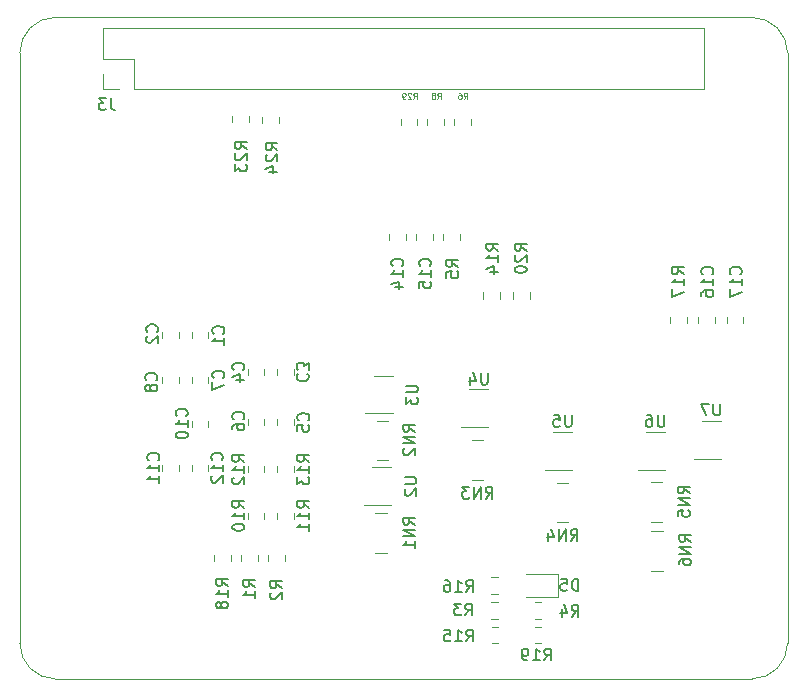
<source format=gbr>
G04 #@! TF.GenerationSoftware,KiCad,Pcbnew,5.1.5-52549c5~84~ubuntu19.10.1*
G04 #@! TF.CreationDate,2020-01-07T17:03:21+01:00*
G04 #@! TF.ProjectId,pi-hat,70692d68-6174-42e6-9b69-6361645f7063,rev?*
G04 #@! TF.SameCoordinates,Original*
G04 #@! TF.FileFunction,Legend,Bot*
G04 #@! TF.FilePolarity,Positive*
%FSLAX46Y46*%
G04 Gerber Fmt 4.6, Leading zero omitted, Abs format (unit mm)*
G04 Created by KiCad (PCBNEW 5.1.5-52549c5~84~ubuntu19.10.1) date 2020-01-07 17:03:21*
%MOMM*%
%LPD*%
G04 APERTURE LIST*
%ADD10C,0.100000*%
%ADD11C,0.120000*%
%ADD12C,0.150000*%
%ADD13C,0.125000*%
G04 APERTURE END LIST*
D10*
X78546356Y-63817611D02*
G75*
G02X81546356Y-60817611I3000000J0D01*
G01*
X78546356Y-63817611D02*
X78546356Y-113817611D01*
X140546356Y-60817611D02*
X81546356Y-60817611D01*
X140546356Y-60817611D02*
G75*
G02X143546356Y-63817611I0J-3000000D01*
G01*
X143546356Y-113817611D02*
X143546356Y-63817611D01*
X81546356Y-116817611D02*
G75*
G02X78546356Y-113817611I0J3000000D01*
G01*
X81546356Y-116817611D02*
X140546356Y-116817611D01*
X143546356Y-113817611D02*
G75*
G02X140546356Y-116817611I-3000000J0D01*
G01*
D11*
X121710000Y-84103922D02*
X121710000Y-84621078D01*
X120290000Y-84103922D02*
X120290000Y-84621078D01*
X122658578Y-113810000D02*
X122141422Y-113810000D01*
X122658578Y-112390000D02*
X122141422Y-112390000D01*
X94990000Y-106858578D02*
X94990000Y-106341422D01*
X96410000Y-106858578D02*
X96410000Y-106341422D01*
X135010000Y-86178922D02*
X135010000Y-86696078D01*
X133590000Y-86178922D02*
X133590000Y-86696078D01*
X118478922Y-108190000D02*
X118996078Y-108190000D01*
X118478922Y-109610000D02*
X118996078Y-109610000D01*
X118503922Y-112390000D02*
X119021078Y-112390000D01*
X118503922Y-113810000D02*
X119021078Y-113810000D01*
X122141422Y-110290000D02*
X122658578Y-110290000D01*
X122141422Y-111710000D02*
X122658578Y-111710000D01*
X124085000Y-109860000D02*
X121400000Y-109860000D01*
X124085000Y-107940000D02*
X124085000Y-109860000D01*
X121400000Y-107940000D02*
X124085000Y-107940000D01*
X117790000Y-84621078D02*
X117790000Y-84103922D01*
X119210000Y-84621078D02*
X119210000Y-84103922D01*
X94510000Y-87453922D02*
X94510000Y-87971078D01*
X93090000Y-87453922D02*
X93090000Y-87971078D01*
X109950000Y-102100000D02*
X107650000Y-102100000D01*
X108350000Y-98900000D02*
X109950000Y-98900000D01*
X110110000Y-94350000D02*
X107810000Y-94350000D01*
X108510000Y-91150000D02*
X110110000Y-91150000D01*
X100340000Y-99308578D02*
X100340000Y-98791422D01*
X101760000Y-99308578D02*
X101760000Y-98791422D01*
X99260000Y-98791422D02*
X99260000Y-99308578D01*
X97840000Y-98791422D02*
X97840000Y-99308578D01*
X100340000Y-103258578D02*
X100340000Y-102741422D01*
X101760000Y-103258578D02*
X101760000Y-102741422D01*
X97840000Y-103258578D02*
X97840000Y-102741422D01*
X99260000Y-103258578D02*
X99260000Y-102741422D01*
X139810000Y-86178922D02*
X139810000Y-86696078D01*
X138390000Y-86178922D02*
X138390000Y-86696078D01*
X137410000Y-86178922D02*
X137410000Y-86696078D01*
X135990000Y-86178922D02*
X135990000Y-86696078D01*
X113510000Y-79178922D02*
X113510000Y-79696078D01*
X112090000Y-79178922D02*
X112090000Y-79696078D01*
X111210000Y-79178922D02*
X111210000Y-79696078D01*
X109790000Y-79178922D02*
X109790000Y-79696078D01*
X94510000Y-98728922D02*
X94510000Y-99246078D01*
X93090000Y-98728922D02*
X93090000Y-99246078D01*
X92010000Y-98741422D02*
X92010000Y-99258578D01*
X90590000Y-98741422D02*
X90590000Y-99258578D01*
X93090000Y-95521078D02*
X93090000Y-95003922D01*
X94510000Y-95521078D02*
X94510000Y-95003922D01*
X90590000Y-91796078D02*
X90590000Y-91278922D01*
X92010000Y-91796078D02*
X92010000Y-91278922D01*
X94510000Y-91278922D02*
X94510000Y-91796078D01*
X93090000Y-91278922D02*
X93090000Y-91796078D01*
X99260000Y-94778922D02*
X99260000Y-95296078D01*
X97840000Y-94778922D02*
X97840000Y-95296078D01*
X101760000Y-94778922D02*
X101760000Y-95296078D01*
X100340000Y-94778922D02*
X100340000Y-95296078D01*
X97840000Y-91121078D02*
X97840000Y-90603922D01*
X99260000Y-91121078D02*
X99260000Y-90603922D01*
X100340000Y-91121078D02*
X100340000Y-90603922D01*
X101760000Y-91121078D02*
X101760000Y-90603922D01*
X92010000Y-87453922D02*
X92010000Y-87971078D01*
X90590000Y-87453922D02*
X90590000Y-87971078D01*
X112210000Y-69378922D02*
X112210000Y-69896078D01*
X110790000Y-69378922D02*
X110790000Y-69896078D01*
X99040000Y-69758578D02*
X99040000Y-69241422D01*
X100460000Y-69758578D02*
X100460000Y-69241422D01*
X96540000Y-69696078D02*
X96540000Y-69178922D01*
X97960000Y-69696078D02*
X97960000Y-69178922D01*
X114460000Y-69378922D02*
X114460000Y-69896078D01*
X113040000Y-69378922D02*
X113040000Y-69896078D01*
X116710000Y-69378922D02*
X116710000Y-69896078D01*
X115290000Y-69378922D02*
X115290000Y-69896078D01*
X115810000Y-79178922D02*
X115810000Y-79696078D01*
X114390000Y-79178922D02*
X114390000Y-79696078D01*
X118996078Y-111710000D02*
X118478922Y-111710000D01*
X118996078Y-110290000D02*
X118478922Y-110290000D01*
X99590000Y-106858578D02*
X99590000Y-106341422D01*
X101010000Y-106858578D02*
X101010000Y-106341422D01*
X97290000Y-106871078D02*
X97290000Y-106353922D01*
X98710000Y-106871078D02*
X98710000Y-106353922D01*
X133000000Y-107680000D02*
X132000000Y-107680000D01*
X133000000Y-104320000D02*
X132000000Y-104320000D01*
X132950000Y-103530000D02*
X131950000Y-103530000D01*
X132950000Y-100170000D02*
X131950000Y-100170000D01*
X125000000Y-103580000D02*
X124000000Y-103580000D01*
X125000000Y-100220000D02*
X124000000Y-100220000D01*
X117800000Y-99980000D02*
X116800000Y-99980000D01*
X117800000Y-96620000D02*
X116800000Y-96620000D01*
X109750000Y-98330000D02*
X108750000Y-98330000D01*
X109750000Y-94970000D02*
X108750000Y-94970000D01*
X109650000Y-106130000D02*
X108650000Y-106130000D01*
X109650000Y-102770000D02*
X108650000Y-102770000D01*
X137900000Y-98200000D02*
X135600000Y-98200000D01*
X136300000Y-95000000D02*
X137900000Y-95000000D01*
X133150000Y-99150000D02*
X130850000Y-99150000D01*
X131550000Y-95950000D02*
X133150000Y-95950000D01*
X125310000Y-99100000D02*
X123010000Y-99100000D01*
X123710000Y-95900000D02*
X125310000Y-95900000D01*
X118200000Y-95500000D02*
X115900000Y-95500000D01*
X116600000Y-92300000D02*
X118200000Y-92300000D01*
X85590000Y-65590000D02*
X85590000Y-66920000D01*
X85590000Y-66920000D02*
X86920000Y-66920000D01*
X85590000Y-64320000D02*
X88190000Y-64320000D01*
X88190000Y-64320000D02*
X88190000Y-66920000D01*
X88190000Y-66920000D02*
X136510000Y-66920000D01*
X136510000Y-61720000D02*
X136510000Y-66920000D01*
X85590000Y-61720000D02*
X136510000Y-61720000D01*
X85590000Y-61720000D02*
X85590000Y-64320000D01*
D12*
X121452380Y-80557142D02*
X120976190Y-80223809D01*
X121452380Y-79985714D02*
X120452380Y-79985714D01*
X120452380Y-80366666D01*
X120500000Y-80461904D01*
X120547619Y-80509523D01*
X120642857Y-80557142D01*
X120785714Y-80557142D01*
X120880952Y-80509523D01*
X120928571Y-80461904D01*
X120976190Y-80366666D01*
X120976190Y-79985714D01*
X120547619Y-80938095D02*
X120500000Y-80985714D01*
X120452380Y-81080952D01*
X120452380Y-81319047D01*
X120500000Y-81414285D01*
X120547619Y-81461904D01*
X120642857Y-81509523D01*
X120738095Y-81509523D01*
X120880952Y-81461904D01*
X121452380Y-80890476D01*
X121452380Y-81509523D01*
X120452380Y-82128571D02*
X120452380Y-82223809D01*
X120500000Y-82319047D01*
X120547619Y-82366666D01*
X120642857Y-82414285D01*
X120833333Y-82461904D01*
X121071428Y-82461904D01*
X121261904Y-82414285D01*
X121357142Y-82366666D01*
X121404761Y-82319047D01*
X121452380Y-82223809D01*
X121452380Y-82128571D01*
X121404761Y-82033333D01*
X121357142Y-81985714D01*
X121261904Y-81938095D01*
X121071428Y-81890476D01*
X120833333Y-81890476D01*
X120642857Y-81938095D01*
X120547619Y-81985714D01*
X120500000Y-82033333D01*
X120452380Y-82128571D01*
X122942857Y-115252380D02*
X123276190Y-114776190D01*
X123514285Y-115252380D02*
X123514285Y-114252380D01*
X123133333Y-114252380D01*
X123038095Y-114300000D01*
X122990476Y-114347619D01*
X122942857Y-114442857D01*
X122942857Y-114585714D01*
X122990476Y-114680952D01*
X123038095Y-114728571D01*
X123133333Y-114776190D01*
X123514285Y-114776190D01*
X121990476Y-115252380D02*
X122561904Y-115252380D01*
X122276190Y-115252380D02*
X122276190Y-114252380D01*
X122371428Y-114395238D01*
X122466666Y-114490476D01*
X122561904Y-114538095D01*
X121514285Y-115252380D02*
X121323809Y-115252380D01*
X121228571Y-115204761D01*
X121180952Y-115157142D01*
X121085714Y-115014285D01*
X121038095Y-114823809D01*
X121038095Y-114442857D01*
X121085714Y-114347619D01*
X121133333Y-114300000D01*
X121228571Y-114252380D01*
X121419047Y-114252380D01*
X121514285Y-114300000D01*
X121561904Y-114347619D01*
X121609523Y-114442857D01*
X121609523Y-114680952D01*
X121561904Y-114776190D01*
X121514285Y-114823809D01*
X121419047Y-114871428D01*
X121228571Y-114871428D01*
X121133333Y-114823809D01*
X121085714Y-114776190D01*
X121038095Y-114680952D01*
X96152380Y-108957142D02*
X95676190Y-108623809D01*
X96152380Y-108385714D02*
X95152380Y-108385714D01*
X95152380Y-108766666D01*
X95200000Y-108861904D01*
X95247619Y-108909523D01*
X95342857Y-108957142D01*
X95485714Y-108957142D01*
X95580952Y-108909523D01*
X95628571Y-108861904D01*
X95676190Y-108766666D01*
X95676190Y-108385714D01*
X96152380Y-109909523D02*
X96152380Y-109338095D01*
X96152380Y-109623809D02*
X95152380Y-109623809D01*
X95295238Y-109528571D01*
X95390476Y-109433333D01*
X95438095Y-109338095D01*
X95580952Y-110480952D02*
X95533333Y-110385714D01*
X95485714Y-110338095D01*
X95390476Y-110290476D01*
X95342857Y-110290476D01*
X95247619Y-110338095D01*
X95200000Y-110385714D01*
X95152380Y-110480952D01*
X95152380Y-110671428D01*
X95200000Y-110766666D01*
X95247619Y-110814285D01*
X95342857Y-110861904D01*
X95390476Y-110861904D01*
X95485714Y-110814285D01*
X95533333Y-110766666D01*
X95580952Y-110671428D01*
X95580952Y-110480952D01*
X95628571Y-110385714D01*
X95676190Y-110338095D01*
X95771428Y-110290476D01*
X95961904Y-110290476D01*
X96057142Y-110338095D01*
X96104761Y-110385714D01*
X96152380Y-110480952D01*
X96152380Y-110671428D01*
X96104761Y-110766666D01*
X96057142Y-110814285D01*
X95961904Y-110861904D01*
X95771428Y-110861904D01*
X95676190Y-110814285D01*
X95628571Y-110766666D01*
X95580952Y-110671428D01*
X134752380Y-82557142D02*
X134276190Y-82223809D01*
X134752380Y-81985714D02*
X133752380Y-81985714D01*
X133752380Y-82366666D01*
X133800000Y-82461904D01*
X133847619Y-82509523D01*
X133942857Y-82557142D01*
X134085714Y-82557142D01*
X134180952Y-82509523D01*
X134228571Y-82461904D01*
X134276190Y-82366666D01*
X134276190Y-81985714D01*
X134752380Y-83509523D02*
X134752380Y-82938095D01*
X134752380Y-83223809D02*
X133752380Y-83223809D01*
X133895238Y-83128571D01*
X133990476Y-83033333D01*
X134038095Y-82938095D01*
X133752380Y-83842857D02*
X133752380Y-84509523D01*
X134752380Y-84080952D01*
X116342857Y-109452380D02*
X116676190Y-108976190D01*
X116914285Y-109452380D02*
X116914285Y-108452380D01*
X116533333Y-108452380D01*
X116438095Y-108500000D01*
X116390476Y-108547619D01*
X116342857Y-108642857D01*
X116342857Y-108785714D01*
X116390476Y-108880952D01*
X116438095Y-108928571D01*
X116533333Y-108976190D01*
X116914285Y-108976190D01*
X115390476Y-109452380D02*
X115961904Y-109452380D01*
X115676190Y-109452380D02*
X115676190Y-108452380D01*
X115771428Y-108595238D01*
X115866666Y-108690476D01*
X115961904Y-108738095D01*
X114533333Y-108452380D02*
X114723809Y-108452380D01*
X114819047Y-108500000D01*
X114866666Y-108547619D01*
X114961904Y-108690476D01*
X115009523Y-108880952D01*
X115009523Y-109261904D01*
X114961904Y-109357142D01*
X114914285Y-109404761D01*
X114819047Y-109452380D01*
X114628571Y-109452380D01*
X114533333Y-109404761D01*
X114485714Y-109357142D01*
X114438095Y-109261904D01*
X114438095Y-109023809D01*
X114485714Y-108928571D01*
X114533333Y-108880952D01*
X114628571Y-108833333D01*
X114819047Y-108833333D01*
X114914285Y-108880952D01*
X114961904Y-108928571D01*
X115009523Y-109023809D01*
X116342857Y-113652380D02*
X116676190Y-113176190D01*
X116914285Y-113652380D02*
X116914285Y-112652380D01*
X116533333Y-112652380D01*
X116438095Y-112700000D01*
X116390476Y-112747619D01*
X116342857Y-112842857D01*
X116342857Y-112985714D01*
X116390476Y-113080952D01*
X116438095Y-113128571D01*
X116533333Y-113176190D01*
X116914285Y-113176190D01*
X115390476Y-113652380D02*
X115961904Y-113652380D01*
X115676190Y-113652380D02*
X115676190Y-112652380D01*
X115771428Y-112795238D01*
X115866666Y-112890476D01*
X115961904Y-112938095D01*
X114485714Y-112652380D02*
X114961904Y-112652380D01*
X115009523Y-113128571D01*
X114961904Y-113080952D01*
X114866666Y-113033333D01*
X114628571Y-113033333D01*
X114533333Y-113080952D01*
X114485714Y-113128571D01*
X114438095Y-113223809D01*
X114438095Y-113461904D01*
X114485714Y-113557142D01*
X114533333Y-113604761D01*
X114628571Y-113652380D01*
X114866666Y-113652380D01*
X114961904Y-113604761D01*
X115009523Y-113557142D01*
X125266666Y-111552380D02*
X125600000Y-111076190D01*
X125838095Y-111552380D02*
X125838095Y-110552380D01*
X125457142Y-110552380D01*
X125361904Y-110600000D01*
X125314285Y-110647619D01*
X125266666Y-110742857D01*
X125266666Y-110885714D01*
X125314285Y-110980952D01*
X125361904Y-111028571D01*
X125457142Y-111076190D01*
X125838095Y-111076190D01*
X124409523Y-110885714D02*
X124409523Y-111552380D01*
X124647619Y-110504761D02*
X124885714Y-111219047D01*
X124266666Y-111219047D01*
X125838095Y-109352380D02*
X125838095Y-108352380D01*
X125600000Y-108352380D01*
X125457142Y-108400000D01*
X125361904Y-108495238D01*
X125314285Y-108590476D01*
X125266666Y-108780952D01*
X125266666Y-108923809D01*
X125314285Y-109114285D01*
X125361904Y-109209523D01*
X125457142Y-109304761D01*
X125600000Y-109352380D01*
X125838095Y-109352380D01*
X124361904Y-108352380D02*
X124838095Y-108352380D01*
X124885714Y-108828571D01*
X124838095Y-108780952D01*
X124742857Y-108733333D01*
X124504761Y-108733333D01*
X124409523Y-108780952D01*
X124361904Y-108828571D01*
X124314285Y-108923809D01*
X124314285Y-109161904D01*
X124361904Y-109257142D01*
X124409523Y-109304761D01*
X124504761Y-109352380D01*
X124742857Y-109352380D01*
X124838095Y-109304761D01*
X124885714Y-109257142D01*
X119052380Y-80557142D02*
X118576190Y-80223809D01*
X119052380Y-79985714D02*
X118052380Y-79985714D01*
X118052380Y-80366666D01*
X118100000Y-80461904D01*
X118147619Y-80509523D01*
X118242857Y-80557142D01*
X118385714Y-80557142D01*
X118480952Y-80509523D01*
X118528571Y-80461904D01*
X118576190Y-80366666D01*
X118576190Y-79985714D01*
X119052380Y-81509523D02*
X119052380Y-80938095D01*
X119052380Y-81223809D02*
X118052380Y-81223809D01*
X118195238Y-81128571D01*
X118290476Y-81033333D01*
X118338095Y-80938095D01*
X118385714Y-82366666D02*
X119052380Y-82366666D01*
X118004761Y-82128571D02*
X118719047Y-81890476D01*
X118719047Y-82509523D01*
X95757142Y-87583333D02*
X95804761Y-87535714D01*
X95852380Y-87392857D01*
X95852380Y-87297619D01*
X95804761Y-87154761D01*
X95709523Y-87059523D01*
X95614285Y-87011904D01*
X95423809Y-86964285D01*
X95280952Y-86964285D01*
X95090476Y-87011904D01*
X94995238Y-87059523D01*
X94900000Y-87154761D01*
X94852380Y-87297619D01*
X94852380Y-87392857D01*
X94900000Y-87535714D01*
X94947619Y-87583333D01*
X95852380Y-88535714D02*
X95852380Y-87964285D01*
X95852380Y-88250000D02*
X94852380Y-88250000D01*
X94995238Y-88154761D01*
X95090476Y-88059523D01*
X95138095Y-87964285D01*
X111121380Y-99745095D02*
X111930904Y-99745095D01*
X112026142Y-99792714D01*
X112073761Y-99840333D01*
X112121380Y-99935571D01*
X112121380Y-100126047D01*
X112073761Y-100221285D01*
X112026142Y-100268904D01*
X111930904Y-100316523D01*
X111121380Y-100316523D01*
X111216619Y-100745095D02*
X111169000Y-100792714D01*
X111121380Y-100887952D01*
X111121380Y-101126047D01*
X111169000Y-101221285D01*
X111216619Y-101268904D01*
X111311857Y-101316523D01*
X111407095Y-101316523D01*
X111549952Y-101268904D01*
X112121380Y-100697476D01*
X112121380Y-101316523D01*
X111248380Y-91998095D02*
X112057904Y-91998095D01*
X112153142Y-92045714D01*
X112200761Y-92093333D01*
X112248380Y-92188571D01*
X112248380Y-92379047D01*
X112200761Y-92474285D01*
X112153142Y-92521904D01*
X112057904Y-92569523D01*
X111248380Y-92569523D01*
X111248380Y-92950476D02*
X111248380Y-93569523D01*
X111629333Y-93236190D01*
X111629333Y-93379047D01*
X111676952Y-93474285D01*
X111724571Y-93521904D01*
X111819809Y-93569523D01*
X112057904Y-93569523D01*
X112153142Y-93521904D01*
X112200761Y-93474285D01*
X112248380Y-93379047D01*
X112248380Y-93093333D01*
X112200761Y-92998095D01*
X112153142Y-92950476D01*
X103052380Y-98457142D02*
X102576190Y-98123809D01*
X103052380Y-97885714D02*
X102052380Y-97885714D01*
X102052380Y-98266666D01*
X102100000Y-98361904D01*
X102147619Y-98409523D01*
X102242857Y-98457142D01*
X102385714Y-98457142D01*
X102480952Y-98409523D01*
X102528571Y-98361904D01*
X102576190Y-98266666D01*
X102576190Y-97885714D01*
X103052380Y-99409523D02*
X103052380Y-98838095D01*
X103052380Y-99123809D02*
X102052380Y-99123809D01*
X102195238Y-99028571D01*
X102290476Y-98933333D01*
X102338095Y-98838095D01*
X102052380Y-99742857D02*
X102052380Y-100361904D01*
X102433333Y-100028571D01*
X102433333Y-100171428D01*
X102480952Y-100266666D01*
X102528571Y-100314285D01*
X102623809Y-100361904D01*
X102861904Y-100361904D01*
X102957142Y-100314285D01*
X103004761Y-100266666D01*
X103052380Y-100171428D01*
X103052380Y-99885714D01*
X103004761Y-99790476D01*
X102957142Y-99742857D01*
X97552380Y-98457142D02*
X97076190Y-98123809D01*
X97552380Y-97885714D02*
X96552380Y-97885714D01*
X96552380Y-98266666D01*
X96600000Y-98361904D01*
X96647619Y-98409523D01*
X96742857Y-98457142D01*
X96885714Y-98457142D01*
X96980952Y-98409523D01*
X97028571Y-98361904D01*
X97076190Y-98266666D01*
X97076190Y-97885714D01*
X97552380Y-99409523D02*
X97552380Y-98838095D01*
X97552380Y-99123809D02*
X96552380Y-99123809D01*
X96695238Y-99028571D01*
X96790476Y-98933333D01*
X96838095Y-98838095D01*
X96647619Y-99790476D02*
X96600000Y-99838095D01*
X96552380Y-99933333D01*
X96552380Y-100171428D01*
X96600000Y-100266666D01*
X96647619Y-100314285D01*
X96742857Y-100361904D01*
X96838095Y-100361904D01*
X96980952Y-100314285D01*
X97552380Y-99742857D01*
X97552380Y-100361904D01*
X103052380Y-102357142D02*
X102576190Y-102023809D01*
X103052380Y-101785714D02*
X102052380Y-101785714D01*
X102052380Y-102166666D01*
X102100000Y-102261904D01*
X102147619Y-102309523D01*
X102242857Y-102357142D01*
X102385714Y-102357142D01*
X102480952Y-102309523D01*
X102528571Y-102261904D01*
X102576190Y-102166666D01*
X102576190Y-101785714D01*
X103052380Y-103309523D02*
X103052380Y-102738095D01*
X103052380Y-103023809D02*
X102052380Y-103023809D01*
X102195238Y-102928571D01*
X102290476Y-102833333D01*
X102338095Y-102738095D01*
X103052380Y-104261904D02*
X103052380Y-103690476D01*
X103052380Y-103976190D02*
X102052380Y-103976190D01*
X102195238Y-103880952D01*
X102290476Y-103785714D01*
X102338095Y-103690476D01*
X97552380Y-102357142D02*
X97076190Y-102023809D01*
X97552380Y-101785714D02*
X96552380Y-101785714D01*
X96552380Y-102166666D01*
X96600000Y-102261904D01*
X96647619Y-102309523D01*
X96742857Y-102357142D01*
X96885714Y-102357142D01*
X96980952Y-102309523D01*
X97028571Y-102261904D01*
X97076190Y-102166666D01*
X97076190Y-101785714D01*
X97552380Y-103309523D02*
X97552380Y-102738095D01*
X97552380Y-103023809D02*
X96552380Y-103023809D01*
X96695238Y-102928571D01*
X96790476Y-102833333D01*
X96838095Y-102738095D01*
X96552380Y-103928571D02*
X96552380Y-104023809D01*
X96600000Y-104119047D01*
X96647619Y-104166666D01*
X96742857Y-104214285D01*
X96933333Y-104261904D01*
X97171428Y-104261904D01*
X97361904Y-104214285D01*
X97457142Y-104166666D01*
X97504761Y-104119047D01*
X97552380Y-104023809D01*
X97552380Y-103928571D01*
X97504761Y-103833333D01*
X97457142Y-103785714D01*
X97361904Y-103738095D01*
X97171428Y-103690476D01*
X96933333Y-103690476D01*
X96742857Y-103738095D01*
X96647619Y-103785714D01*
X96600000Y-103833333D01*
X96552380Y-103928571D01*
X139557142Y-82557142D02*
X139604761Y-82509523D01*
X139652380Y-82366666D01*
X139652380Y-82271428D01*
X139604761Y-82128571D01*
X139509523Y-82033333D01*
X139414285Y-81985714D01*
X139223809Y-81938095D01*
X139080952Y-81938095D01*
X138890476Y-81985714D01*
X138795238Y-82033333D01*
X138700000Y-82128571D01*
X138652380Y-82271428D01*
X138652380Y-82366666D01*
X138700000Y-82509523D01*
X138747619Y-82557142D01*
X139652380Y-83509523D02*
X139652380Y-82938095D01*
X139652380Y-83223809D02*
X138652380Y-83223809D01*
X138795238Y-83128571D01*
X138890476Y-83033333D01*
X138938095Y-82938095D01*
X138652380Y-83842857D02*
X138652380Y-84509523D01*
X139652380Y-84080952D01*
X137157142Y-82557142D02*
X137204761Y-82509523D01*
X137252380Y-82366666D01*
X137252380Y-82271428D01*
X137204761Y-82128571D01*
X137109523Y-82033333D01*
X137014285Y-81985714D01*
X136823809Y-81938095D01*
X136680952Y-81938095D01*
X136490476Y-81985714D01*
X136395238Y-82033333D01*
X136300000Y-82128571D01*
X136252380Y-82271428D01*
X136252380Y-82366666D01*
X136300000Y-82509523D01*
X136347619Y-82557142D01*
X137252380Y-83509523D02*
X137252380Y-82938095D01*
X137252380Y-83223809D02*
X136252380Y-83223809D01*
X136395238Y-83128571D01*
X136490476Y-83033333D01*
X136538095Y-82938095D01*
X136252380Y-84366666D02*
X136252380Y-84176190D01*
X136300000Y-84080952D01*
X136347619Y-84033333D01*
X136490476Y-83938095D01*
X136680952Y-83890476D01*
X137061904Y-83890476D01*
X137157142Y-83938095D01*
X137204761Y-83985714D01*
X137252380Y-84080952D01*
X137252380Y-84271428D01*
X137204761Y-84366666D01*
X137157142Y-84414285D01*
X137061904Y-84461904D01*
X136823809Y-84461904D01*
X136728571Y-84414285D01*
X136680952Y-84366666D01*
X136633333Y-84271428D01*
X136633333Y-84080952D01*
X136680952Y-83985714D01*
X136728571Y-83938095D01*
X136823809Y-83890476D01*
X113243142Y-81853142D02*
X113290761Y-81805523D01*
X113338380Y-81662666D01*
X113338380Y-81567428D01*
X113290761Y-81424571D01*
X113195523Y-81329333D01*
X113100285Y-81281714D01*
X112909809Y-81234095D01*
X112766952Y-81234095D01*
X112576476Y-81281714D01*
X112481238Y-81329333D01*
X112386000Y-81424571D01*
X112338380Y-81567428D01*
X112338380Y-81662666D01*
X112386000Y-81805523D01*
X112433619Y-81853142D01*
X113338380Y-82805523D02*
X113338380Y-82234095D01*
X113338380Y-82519809D02*
X112338380Y-82519809D01*
X112481238Y-82424571D01*
X112576476Y-82329333D01*
X112624095Y-82234095D01*
X112338380Y-83710285D02*
X112338380Y-83234095D01*
X112814571Y-83186476D01*
X112766952Y-83234095D01*
X112719333Y-83329333D01*
X112719333Y-83567428D01*
X112766952Y-83662666D01*
X112814571Y-83710285D01*
X112909809Y-83757904D01*
X113147904Y-83757904D01*
X113243142Y-83710285D01*
X113290761Y-83662666D01*
X113338380Y-83567428D01*
X113338380Y-83329333D01*
X113290761Y-83234095D01*
X113243142Y-83186476D01*
X110911142Y-81853142D02*
X110958761Y-81805523D01*
X111006380Y-81662666D01*
X111006380Y-81567428D01*
X110958761Y-81424571D01*
X110863523Y-81329333D01*
X110768285Y-81281714D01*
X110577809Y-81234095D01*
X110434952Y-81234095D01*
X110244476Y-81281714D01*
X110149238Y-81329333D01*
X110054000Y-81424571D01*
X110006380Y-81567428D01*
X110006380Y-81662666D01*
X110054000Y-81805523D01*
X110101619Y-81853142D01*
X111006380Y-82805523D02*
X111006380Y-82234095D01*
X111006380Y-82519809D02*
X110006380Y-82519809D01*
X110149238Y-82424571D01*
X110244476Y-82329333D01*
X110292095Y-82234095D01*
X110339714Y-83662666D02*
X111006380Y-83662666D01*
X109958761Y-83424571D02*
X110673047Y-83186476D01*
X110673047Y-83805523D01*
X95657142Y-98294642D02*
X95704761Y-98247023D01*
X95752380Y-98104166D01*
X95752380Y-98008928D01*
X95704761Y-97866071D01*
X95609523Y-97770833D01*
X95514285Y-97723214D01*
X95323809Y-97675595D01*
X95180952Y-97675595D01*
X94990476Y-97723214D01*
X94895238Y-97770833D01*
X94800000Y-97866071D01*
X94752380Y-98008928D01*
X94752380Y-98104166D01*
X94800000Y-98247023D01*
X94847619Y-98294642D01*
X95752380Y-99247023D02*
X95752380Y-98675595D01*
X95752380Y-98961309D02*
X94752380Y-98961309D01*
X94895238Y-98866071D01*
X94990476Y-98770833D01*
X95038095Y-98675595D01*
X94847619Y-99627976D02*
X94800000Y-99675595D01*
X94752380Y-99770833D01*
X94752380Y-100008928D01*
X94800000Y-100104166D01*
X94847619Y-100151785D01*
X94942857Y-100199404D01*
X95038095Y-100199404D01*
X95180952Y-100151785D01*
X95752380Y-99580357D01*
X95752380Y-100199404D01*
X90257142Y-98307142D02*
X90304761Y-98259523D01*
X90352380Y-98116666D01*
X90352380Y-98021428D01*
X90304761Y-97878571D01*
X90209523Y-97783333D01*
X90114285Y-97735714D01*
X89923809Y-97688095D01*
X89780952Y-97688095D01*
X89590476Y-97735714D01*
X89495238Y-97783333D01*
X89400000Y-97878571D01*
X89352380Y-98021428D01*
X89352380Y-98116666D01*
X89400000Y-98259523D01*
X89447619Y-98307142D01*
X90352380Y-99259523D02*
X90352380Y-98688095D01*
X90352380Y-98973809D02*
X89352380Y-98973809D01*
X89495238Y-98878571D01*
X89590476Y-98783333D01*
X89638095Y-98688095D01*
X90352380Y-100211904D02*
X90352380Y-99640476D01*
X90352380Y-99926190D02*
X89352380Y-99926190D01*
X89495238Y-99830952D01*
X89590476Y-99735714D01*
X89638095Y-99640476D01*
X92657142Y-94557142D02*
X92704761Y-94509523D01*
X92752380Y-94366666D01*
X92752380Y-94271428D01*
X92704761Y-94128571D01*
X92609523Y-94033333D01*
X92514285Y-93985714D01*
X92323809Y-93938095D01*
X92180952Y-93938095D01*
X91990476Y-93985714D01*
X91895238Y-94033333D01*
X91800000Y-94128571D01*
X91752380Y-94271428D01*
X91752380Y-94366666D01*
X91800000Y-94509523D01*
X91847619Y-94557142D01*
X92752380Y-95509523D02*
X92752380Y-94938095D01*
X92752380Y-95223809D02*
X91752380Y-95223809D01*
X91895238Y-95128571D01*
X91990476Y-95033333D01*
X92038095Y-94938095D01*
X91752380Y-96128571D02*
X91752380Y-96223809D01*
X91800000Y-96319047D01*
X91847619Y-96366666D01*
X91942857Y-96414285D01*
X92133333Y-96461904D01*
X92371428Y-96461904D01*
X92561904Y-96414285D01*
X92657142Y-96366666D01*
X92704761Y-96319047D01*
X92752380Y-96223809D01*
X92752380Y-96128571D01*
X92704761Y-96033333D01*
X92657142Y-95985714D01*
X92561904Y-95938095D01*
X92371428Y-95890476D01*
X92133333Y-95890476D01*
X91942857Y-95938095D01*
X91847619Y-95985714D01*
X91800000Y-96033333D01*
X91752380Y-96128571D01*
X90073142Y-91536333D02*
X90120761Y-91488714D01*
X90168380Y-91345857D01*
X90168380Y-91250619D01*
X90120761Y-91107761D01*
X90025523Y-91012523D01*
X89930285Y-90964904D01*
X89739809Y-90917285D01*
X89596952Y-90917285D01*
X89406476Y-90964904D01*
X89311238Y-91012523D01*
X89216000Y-91107761D01*
X89168380Y-91250619D01*
X89168380Y-91345857D01*
X89216000Y-91488714D01*
X89263619Y-91536333D01*
X89596952Y-92107761D02*
X89549333Y-92012523D01*
X89501714Y-91964904D01*
X89406476Y-91917285D01*
X89358857Y-91917285D01*
X89263619Y-91964904D01*
X89216000Y-92012523D01*
X89168380Y-92107761D01*
X89168380Y-92298238D01*
X89216000Y-92393476D01*
X89263619Y-92441095D01*
X89358857Y-92488714D01*
X89406476Y-92488714D01*
X89501714Y-92441095D01*
X89549333Y-92393476D01*
X89596952Y-92298238D01*
X89596952Y-92107761D01*
X89644571Y-92012523D01*
X89692190Y-91964904D01*
X89787428Y-91917285D01*
X89977904Y-91917285D01*
X90073142Y-91964904D01*
X90120761Y-92012523D01*
X90168380Y-92107761D01*
X90168380Y-92298238D01*
X90120761Y-92393476D01*
X90073142Y-92441095D01*
X89977904Y-92488714D01*
X89787428Y-92488714D01*
X89692190Y-92441095D01*
X89644571Y-92393476D01*
X89596952Y-92298238D01*
X95757142Y-91333333D02*
X95804761Y-91285714D01*
X95852380Y-91142857D01*
X95852380Y-91047619D01*
X95804761Y-90904761D01*
X95709523Y-90809523D01*
X95614285Y-90761904D01*
X95423809Y-90714285D01*
X95280952Y-90714285D01*
X95090476Y-90761904D01*
X94995238Y-90809523D01*
X94900000Y-90904761D01*
X94852380Y-91047619D01*
X94852380Y-91142857D01*
X94900000Y-91285714D01*
X94947619Y-91333333D01*
X94852380Y-91666666D02*
X94852380Y-92333333D01*
X95852380Y-91904761D01*
X97457142Y-94833333D02*
X97504761Y-94785714D01*
X97552380Y-94642857D01*
X97552380Y-94547619D01*
X97504761Y-94404761D01*
X97409523Y-94309523D01*
X97314285Y-94261904D01*
X97123809Y-94214285D01*
X96980952Y-94214285D01*
X96790476Y-94261904D01*
X96695238Y-94309523D01*
X96600000Y-94404761D01*
X96552380Y-94547619D01*
X96552380Y-94642857D01*
X96600000Y-94785714D01*
X96647619Y-94833333D01*
X96552380Y-95690476D02*
X96552380Y-95500000D01*
X96600000Y-95404761D01*
X96647619Y-95357142D01*
X96790476Y-95261904D01*
X96980952Y-95214285D01*
X97361904Y-95214285D01*
X97457142Y-95261904D01*
X97504761Y-95309523D01*
X97552380Y-95404761D01*
X97552380Y-95595238D01*
X97504761Y-95690476D01*
X97457142Y-95738095D01*
X97361904Y-95785714D01*
X97123809Y-95785714D01*
X97028571Y-95738095D01*
X96980952Y-95690476D01*
X96933333Y-95595238D01*
X96933333Y-95404761D01*
X96980952Y-95309523D01*
X97028571Y-95261904D01*
X97123809Y-95214285D01*
X102957142Y-94933333D02*
X103004761Y-94885714D01*
X103052380Y-94742857D01*
X103052380Y-94647619D01*
X103004761Y-94504761D01*
X102909523Y-94409523D01*
X102814285Y-94361904D01*
X102623809Y-94314285D01*
X102480952Y-94314285D01*
X102290476Y-94361904D01*
X102195238Y-94409523D01*
X102100000Y-94504761D01*
X102052380Y-94647619D01*
X102052380Y-94742857D01*
X102100000Y-94885714D01*
X102147619Y-94933333D01*
X102052380Y-95838095D02*
X102052380Y-95361904D01*
X102528571Y-95314285D01*
X102480952Y-95361904D01*
X102433333Y-95457142D01*
X102433333Y-95695238D01*
X102480952Y-95790476D01*
X102528571Y-95838095D01*
X102623809Y-95885714D01*
X102861904Y-95885714D01*
X102957142Y-95838095D01*
X103004761Y-95790476D01*
X103052380Y-95695238D01*
X103052380Y-95457142D01*
X103004761Y-95361904D01*
X102957142Y-95314285D01*
X97457142Y-90658333D02*
X97504761Y-90610714D01*
X97552380Y-90467857D01*
X97552380Y-90372619D01*
X97504761Y-90229761D01*
X97409523Y-90134523D01*
X97314285Y-90086904D01*
X97123809Y-90039285D01*
X96980952Y-90039285D01*
X96790476Y-90086904D01*
X96695238Y-90134523D01*
X96600000Y-90229761D01*
X96552380Y-90372619D01*
X96552380Y-90467857D01*
X96600000Y-90610714D01*
X96647619Y-90658333D01*
X96885714Y-91515476D02*
X97552380Y-91515476D01*
X96504761Y-91277380D02*
X97219047Y-91039285D01*
X97219047Y-91658333D01*
X102092857Y-90991666D02*
X102045238Y-91039285D01*
X101997619Y-91182142D01*
X101997619Y-91277380D01*
X102045238Y-91420238D01*
X102140476Y-91515476D01*
X102235714Y-91563095D01*
X102426190Y-91610714D01*
X102569047Y-91610714D01*
X102759523Y-91563095D01*
X102854761Y-91515476D01*
X102950000Y-91420238D01*
X102997619Y-91277380D01*
X102997619Y-91182142D01*
X102950000Y-91039285D01*
X102902380Y-90991666D01*
X102997619Y-90658333D02*
X102997619Y-90039285D01*
X102616666Y-90372619D01*
X102616666Y-90229761D01*
X102569047Y-90134523D01*
X102521428Y-90086904D01*
X102426190Y-90039285D01*
X102188095Y-90039285D01*
X102092857Y-90086904D01*
X102045238Y-90134523D01*
X101997619Y-90229761D01*
X101997619Y-90515476D01*
X102045238Y-90610714D01*
X102092857Y-90658333D01*
X90157142Y-87433333D02*
X90204761Y-87385714D01*
X90252380Y-87242857D01*
X90252380Y-87147619D01*
X90204761Y-87004761D01*
X90109523Y-86909523D01*
X90014285Y-86861904D01*
X89823809Y-86814285D01*
X89680952Y-86814285D01*
X89490476Y-86861904D01*
X89395238Y-86909523D01*
X89300000Y-87004761D01*
X89252380Y-87147619D01*
X89252380Y-87242857D01*
X89300000Y-87385714D01*
X89347619Y-87433333D01*
X89347619Y-87814285D02*
X89300000Y-87861904D01*
X89252380Y-87957142D01*
X89252380Y-88195238D01*
X89300000Y-88290476D01*
X89347619Y-88338095D01*
X89442857Y-88385714D01*
X89538095Y-88385714D01*
X89680952Y-88338095D01*
X90252380Y-87766666D01*
X90252380Y-88385714D01*
D13*
X111871428Y-67713690D02*
X112038095Y-67475595D01*
X112157142Y-67713690D02*
X112157142Y-67213690D01*
X111966666Y-67213690D01*
X111919047Y-67237500D01*
X111895238Y-67261309D01*
X111871428Y-67308928D01*
X111871428Y-67380357D01*
X111895238Y-67427976D01*
X111919047Y-67451785D01*
X111966666Y-67475595D01*
X112157142Y-67475595D01*
X111680952Y-67261309D02*
X111657142Y-67237500D01*
X111609523Y-67213690D01*
X111490476Y-67213690D01*
X111442857Y-67237500D01*
X111419047Y-67261309D01*
X111395238Y-67308928D01*
X111395238Y-67356547D01*
X111419047Y-67427976D01*
X111704761Y-67713690D01*
X111395238Y-67713690D01*
X111157142Y-67713690D02*
X111061904Y-67713690D01*
X111014285Y-67689880D01*
X110990476Y-67666071D01*
X110942857Y-67594642D01*
X110919047Y-67499404D01*
X110919047Y-67308928D01*
X110942857Y-67261309D01*
X110966666Y-67237500D01*
X111014285Y-67213690D01*
X111109523Y-67213690D01*
X111157142Y-67237500D01*
X111180952Y-67261309D01*
X111204761Y-67308928D01*
X111204761Y-67427976D01*
X111180952Y-67475595D01*
X111157142Y-67499404D01*
X111109523Y-67523214D01*
X111014285Y-67523214D01*
X110966666Y-67499404D01*
X110942857Y-67475595D01*
X110919047Y-67427976D01*
D12*
X100352380Y-72057142D02*
X99876190Y-71723809D01*
X100352380Y-71485714D02*
X99352380Y-71485714D01*
X99352380Y-71866666D01*
X99400000Y-71961904D01*
X99447619Y-72009523D01*
X99542857Y-72057142D01*
X99685714Y-72057142D01*
X99780952Y-72009523D01*
X99828571Y-71961904D01*
X99876190Y-71866666D01*
X99876190Y-71485714D01*
X99447619Y-72438095D02*
X99400000Y-72485714D01*
X99352380Y-72580952D01*
X99352380Y-72819047D01*
X99400000Y-72914285D01*
X99447619Y-72961904D01*
X99542857Y-73009523D01*
X99638095Y-73009523D01*
X99780952Y-72961904D01*
X100352380Y-72390476D01*
X100352380Y-73009523D01*
X99685714Y-73866666D02*
X100352380Y-73866666D01*
X99304761Y-73628571D02*
X100019047Y-73390476D01*
X100019047Y-74009523D01*
X97752380Y-71957142D02*
X97276190Y-71623809D01*
X97752380Y-71385714D02*
X96752380Y-71385714D01*
X96752380Y-71766666D01*
X96800000Y-71861904D01*
X96847619Y-71909523D01*
X96942857Y-71957142D01*
X97085714Y-71957142D01*
X97180952Y-71909523D01*
X97228571Y-71861904D01*
X97276190Y-71766666D01*
X97276190Y-71385714D01*
X96847619Y-72338095D02*
X96800000Y-72385714D01*
X96752380Y-72480952D01*
X96752380Y-72719047D01*
X96800000Y-72814285D01*
X96847619Y-72861904D01*
X96942857Y-72909523D01*
X97038095Y-72909523D01*
X97180952Y-72861904D01*
X97752380Y-72290476D01*
X97752380Y-72909523D01*
X96752380Y-73242857D02*
X96752380Y-73861904D01*
X97133333Y-73528571D01*
X97133333Y-73671428D01*
X97180952Y-73766666D01*
X97228571Y-73814285D01*
X97323809Y-73861904D01*
X97561904Y-73861904D01*
X97657142Y-73814285D01*
X97704761Y-73766666D01*
X97752380Y-73671428D01*
X97752380Y-73385714D01*
X97704761Y-73290476D01*
X97657142Y-73242857D01*
D13*
X113898333Y-67713690D02*
X114065000Y-67475595D01*
X114184047Y-67713690D02*
X114184047Y-67213690D01*
X113993571Y-67213690D01*
X113945952Y-67237500D01*
X113922142Y-67261309D01*
X113898333Y-67308928D01*
X113898333Y-67380357D01*
X113922142Y-67427976D01*
X113945952Y-67451785D01*
X113993571Y-67475595D01*
X114184047Y-67475595D01*
X113612619Y-67427976D02*
X113660238Y-67404166D01*
X113684047Y-67380357D01*
X113707857Y-67332738D01*
X113707857Y-67308928D01*
X113684047Y-67261309D01*
X113660238Y-67237500D01*
X113612619Y-67213690D01*
X113517380Y-67213690D01*
X113469761Y-67237500D01*
X113445952Y-67261309D01*
X113422142Y-67308928D01*
X113422142Y-67332738D01*
X113445952Y-67380357D01*
X113469761Y-67404166D01*
X113517380Y-67427976D01*
X113612619Y-67427976D01*
X113660238Y-67451785D01*
X113684047Y-67475595D01*
X113707857Y-67523214D01*
X113707857Y-67618452D01*
X113684047Y-67666071D01*
X113660238Y-67689880D01*
X113612619Y-67713690D01*
X113517380Y-67713690D01*
X113469761Y-67689880D01*
X113445952Y-67666071D01*
X113422142Y-67618452D01*
X113422142Y-67523214D01*
X113445952Y-67475595D01*
X113469761Y-67451785D01*
X113517380Y-67427976D01*
X116133333Y-67713690D02*
X116300000Y-67475595D01*
X116419047Y-67713690D02*
X116419047Y-67213690D01*
X116228571Y-67213690D01*
X116180952Y-67237500D01*
X116157142Y-67261309D01*
X116133333Y-67308928D01*
X116133333Y-67380357D01*
X116157142Y-67427976D01*
X116180952Y-67451785D01*
X116228571Y-67475595D01*
X116419047Y-67475595D01*
X115704761Y-67213690D02*
X115800000Y-67213690D01*
X115847619Y-67237500D01*
X115871428Y-67261309D01*
X115919047Y-67332738D01*
X115942857Y-67427976D01*
X115942857Y-67618452D01*
X115919047Y-67666071D01*
X115895238Y-67689880D01*
X115847619Y-67713690D01*
X115752380Y-67713690D01*
X115704761Y-67689880D01*
X115680952Y-67666071D01*
X115657142Y-67618452D01*
X115657142Y-67499404D01*
X115680952Y-67451785D01*
X115704761Y-67427976D01*
X115752380Y-67404166D01*
X115847619Y-67404166D01*
X115895238Y-67427976D01*
X115919047Y-67451785D01*
X115942857Y-67499404D01*
D12*
X115652380Y-81933333D02*
X115176190Y-81600000D01*
X115652380Y-81361904D02*
X114652380Y-81361904D01*
X114652380Y-81742857D01*
X114700000Y-81838095D01*
X114747619Y-81885714D01*
X114842857Y-81933333D01*
X114985714Y-81933333D01*
X115080952Y-81885714D01*
X115128571Y-81838095D01*
X115176190Y-81742857D01*
X115176190Y-81361904D01*
X114652380Y-82838095D02*
X114652380Y-82361904D01*
X115128571Y-82314285D01*
X115080952Y-82361904D01*
X115033333Y-82457142D01*
X115033333Y-82695238D01*
X115080952Y-82790476D01*
X115128571Y-82838095D01*
X115223809Y-82885714D01*
X115461904Y-82885714D01*
X115557142Y-82838095D01*
X115604761Y-82790476D01*
X115652380Y-82695238D01*
X115652380Y-82457142D01*
X115604761Y-82361904D01*
X115557142Y-82314285D01*
X116266666Y-111452380D02*
X116600000Y-110976190D01*
X116838095Y-111452380D02*
X116838095Y-110452380D01*
X116457142Y-110452380D01*
X116361904Y-110500000D01*
X116314285Y-110547619D01*
X116266666Y-110642857D01*
X116266666Y-110785714D01*
X116314285Y-110880952D01*
X116361904Y-110928571D01*
X116457142Y-110976190D01*
X116838095Y-110976190D01*
X115933333Y-110452380D02*
X115314285Y-110452380D01*
X115647619Y-110833333D01*
X115504761Y-110833333D01*
X115409523Y-110880952D01*
X115361904Y-110928571D01*
X115314285Y-111023809D01*
X115314285Y-111261904D01*
X115361904Y-111357142D01*
X115409523Y-111404761D01*
X115504761Y-111452380D01*
X115790476Y-111452380D01*
X115885714Y-111404761D01*
X115933333Y-111357142D01*
X100752380Y-109133333D02*
X100276190Y-108800000D01*
X100752380Y-108561904D02*
X99752380Y-108561904D01*
X99752380Y-108942857D01*
X99800000Y-109038095D01*
X99847619Y-109085714D01*
X99942857Y-109133333D01*
X100085714Y-109133333D01*
X100180952Y-109085714D01*
X100228571Y-109038095D01*
X100276190Y-108942857D01*
X100276190Y-108561904D01*
X99847619Y-109514285D02*
X99800000Y-109561904D01*
X99752380Y-109657142D01*
X99752380Y-109895238D01*
X99800000Y-109990476D01*
X99847619Y-110038095D01*
X99942857Y-110085714D01*
X100038095Y-110085714D01*
X100180952Y-110038095D01*
X100752380Y-109466666D01*
X100752380Y-110085714D01*
X98452380Y-109033333D02*
X97976190Y-108700000D01*
X98452380Y-108461904D02*
X97452380Y-108461904D01*
X97452380Y-108842857D01*
X97500000Y-108938095D01*
X97547619Y-108985714D01*
X97642857Y-109033333D01*
X97785714Y-109033333D01*
X97880952Y-108985714D01*
X97928571Y-108938095D01*
X97976190Y-108842857D01*
X97976190Y-108461904D01*
X98452380Y-109985714D02*
X98452380Y-109414285D01*
X98452380Y-109700000D02*
X97452380Y-109700000D01*
X97595238Y-109604761D01*
X97690476Y-109509523D01*
X97738095Y-109414285D01*
X135352380Y-105209523D02*
X134876190Y-104876190D01*
X135352380Y-104638095D02*
X134352380Y-104638095D01*
X134352380Y-105019047D01*
X134400000Y-105114285D01*
X134447619Y-105161904D01*
X134542857Y-105209523D01*
X134685714Y-105209523D01*
X134780952Y-105161904D01*
X134828571Y-105114285D01*
X134876190Y-105019047D01*
X134876190Y-104638095D01*
X135352380Y-105638095D02*
X134352380Y-105638095D01*
X135352380Y-106209523D01*
X134352380Y-106209523D01*
X134352380Y-107114285D02*
X134352380Y-106923809D01*
X134400000Y-106828571D01*
X134447619Y-106780952D01*
X134590476Y-106685714D01*
X134780952Y-106638095D01*
X135161904Y-106638095D01*
X135257142Y-106685714D01*
X135304761Y-106733333D01*
X135352380Y-106828571D01*
X135352380Y-107019047D01*
X135304761Y-107114285D01*
X135257142Y-107161904D01*
X135161904Y-107209523D01*
X134923809Y-107209523D01*
X134828571Y-107161904D01*
X134780952Y-107114285D01*
X134733333Y-107019047D01*
X134733333Y-106828571D01*
X134780952Y-106733333D01*
X134828571Y-106685714D01*
X134923809Y-106638095D01*
X135252380Y-101109523D02*
X134776190Y-100776190D01*
X135252380Y-100538095D02*
X134252380Y-100538095D01*
X134252380Y-100919047D01*
X134300000Y-101014285D01*
X134347619Y-101061904D01*
X134442857Y-101109523D01*
X134585714Y-101109523D01*
X134680952Y-101061904D01*
X134728571Y-101014285D01*
X134776190Y-100919047D01*
X134776190Y-100538095D01*
X135252380Y-101538095D02*
X134252380Y-101538095D01*
X135252380Y-102109523D01*
X134252380Y-102109523D01*
X134252380Y-103061904D02*
X134252380Y-102585714D01*
X134728571Y-102538095D01*
X134680952Y-102585714D01*
X134633333Y-102680952D01*
X134633333Y-102919047D01*
X134680952Y-103014285D01*
X134728571Y-103061904D01*
X134823809Y-103109523D01*
X135061904Y-103109523D01*
X135157142Y-103061904D01*
X135204761Y-103014285D01*
X135252380Y-102919047D01*
X135252380Y-102680952D01*
X135204761Y-102585714D01*
X135157142Y-102538095D01*
X125190476Y-105152380D02*
X125523809Y-104676190D01*
X125761904Y-105152380D02*
X125761904Y-104152380D01*
X125380952Y-104152380D01*
X125285714Y-104200000D01*
X125238095Y-104247619D01*
X125190476Y-104342857D01*
X125190476Y-104485714D01*
X125238095Y-104580952D01*
X125285714Y-104628571D01*
X125380952Y-104676190D01*
X125761904Y-104676190D01*
X124761904Y-105152380D02*
X124761904Y-104152380D01*
X124190476Y-105152380D01*
X124190476Y-104152380D01*
X123285714Y-104485714D02*
X123285714Y-105152380D01*
X123523809Y-104104761D02*
X123761904Y-104819047D01*
X123142857Y-104819047D01*
X117990476Y-101552380D02*
X118323809Y-101076190D01*
X118561904Y-101552380D02*
X118561904Y-100552380D01*
X118180952Y-100552380D01*
X118085714Y-100600000D01*
X118038095Y-100647619D01*
X117990476Y-100742857D01*
X117990476Y-100885714D01*
X118038095Y-100980952D01*
X118085714Y-101028571D01*
X118180952Y-101076190D01*
X118561904Y-101076190D01*
X117561904Y-101552380D02*
X117561904Y-100552380D01*
X116990476Y-101552380D01*
X116990476Y-100552380D01*
X116609523Y-100552380D02*
X115990476Y-100552380D01*
X116323809Y-100933333D01*
X116180952Y-100933333D01*
X116085714Y-100980952D01*
X116038095Y-101028571D01*
X115990476Y-101123809D01*
X115990476Y-101361904D01*
X116038095Y-101457142D01*
X116085714Y-101504761D01*
X116180952Y-101552380D01*
X116466666Y-101552380D01*
X116561904Y-101504761D01*
X116609523Y-101457142D01*
X111994380Y-95879523D02*
X111518190Y-95546190D01*
X111994380Y-95308095D02*
X110994380Y-95308095D01*
X110994380Y-95689047D01*
X111042000Y-95784285D01*
X111089619Y-95831904D01*
X111184857Y-95879523D01*
X111327714Y-95879523D01*
X111422952Y-95831904D01*
X111470571Y-95784285D01*
X111518190Y-95689047D01*
X111518190Y-95308095D01*
X111994380Y-96308095D02*
X110994380Y-96308095D01*
X111994380Y-96879523D01*
X110994380Y-96879523D01*
X111089619Y-97308095D02*
X111042000Y-97355714D01*
X110994380Y-97450952D01*
X110994380Y-97689047D01*
X111042000Y-97784285D01*
X111089619Y-97831904D01*
X111184857Y-97879523D01*
X111280095Y-97879523D01*
X111422952Y-97831904D01*
X111994380Y-97260476D01*
X111994380Y-97879523D01*
X111994380Y-103753523D02*
X111518190Y-103420190D01*
X111994380Y-103182095D02*
X110994380Y-103182095D01*
X110994380Y-103563047D01*
X111042000Y-103658285D01*
X111089619Y-103705904D01*
X111184857Y-103753523D01*
X111327714Y-103753523D01*
X111422952Y-103705904D01*
X111470571Y-103658285D01*
X111518190Y-103563047D01*
X111518190Y-103182095D01*
X111994380Y-104182095D02*
X110994380Y-104182095D01*
X111994380Y-104753523D01*
X110994380Y-104753523D01*
X111994380Y-105753523D02*
X111994380Y-105182095D01*
X111994380Y-105467809D02*
X110994380Y-105467809D01*
X111137238Y-105372571D01*
X111232476Y-105277333D01*
X111280095Y-105182095D01*
X137848904Y-93516380D02*
X137848904Y-94325904D01*
X137801285Y-94421142D01*
X137753666Y-94468761D01*
X137658428Y-94516380D01*
X137467952Y-94516380D01*
X137372714Y-94468761D01*
X137325095Y-94421142D01*
X137277476Y-94325904D01*
X137277476Y-93516380D01*
X136896523Y-93516380D02*
X136229857Y-93516380D01*
X136658428Y-94516380D01*
X133111904Y-94466380D02*
X133111904Y-95275904D01*
X133064285Y-95371142D01*
X133016666Y-95418761D01*
X132921428Y-95466380D01*
X132730952Y-95466380D01*
X132635714Y-95418761D01*
X132588095Y-95371142D01*
X132540476Y-95275904D01*
X132540476Y-94466380D01*
X131635714Y-94466380D02*
X131826190Y-94466380D01*
X131921428Y-94514000D01*
X131969047Y-94561619D01*
X132064285Y-94704476D01*
X132111904Y-94894952D01*
X132111904Y-95275904D01*
X132064285Y-95371142D01*
X132016666Y-95418761D01*
X131921428Y-95466380D01*
X131730952Y-95466380D01*
X131635714Y-95418761D01*
X131588095Y-95371142D01*
X131540476Y-95275904D01*
X131540476Y-95037809D01*
X131588095Y-94942571D01*
X131635714Y-94894952D01*
X131730952Y-94847333D01*
X131921428Y-94847333D01*
X132016666Y-94894952D01*
X132064285Y-94942571D01*
X132111904Y-95037809D01*
X125271904Y-94466380D02*
X125271904Y-95275904D01*
X125224285Y-95371142D01*
X125176666Y-95418761D01*
X125081428Y-95466380D01*
X124890952Y-95466380D01*
X124795714Y-95418761D01*
X124748095Y-95371142D01*
X124700476Y-95275904D01*
X124700476Y-94466380D01*
X123748095Y-94466380D02*
X124224285Y-94466380D01*
X124271904Y-94942571D01*
X124224285Y-94894952D01*
X124129047Y-94847333D01*
X123890952Y-94847333D01*
X123795714Y-94894952D01*
X123748095Y-94942571D01*
X123700476Y-95037809D01*
X123700476Y-95275904D01*
X123748095Y-95371142D01*
X123795714Y-95418761D01*
X123890952Y-95466380D01*
X124129047Y-95466380D01*
X124224285Y-95418761D01*
X124271904Y-95371142D01*
X118161904Y-90901380D02*
X118161904Y-91710904D01*
X118114285Y-91806142D01*
X118066666Y-91853761D01*
X117971428Y-91901380D01*
X117780952Y-91901380D01*
X117685714Y-91853761D01*
X117638095Y-91806142D01*
X117590476Y-91710904D01*
X117590476Y-90901380D01*
X116685714Y-91234714D02*
X116685714Y-91901380D01*
X116923809Y-90853761D02*
X117161904Y-91568047D01*
X116542857Y-91568047D01*
X86233333Y-67652380D02*
X86233333Y-68366666D01*
X86280952Y-68509523D01*
X86376190Y-68604761D01*
X86519047Y-68652380D01*
X86614285Y-68652380D01*
X85852380Y-67652380D02*
X85233333Y-67652380D01*
X85566666Y-68033333D01*
X85423809Y-68033333D01*
X85328571Y-68080952D01*
X85280952Y-68128571D01*
X85233333Y-68223809D01*
X85233333Y-68461904D01*
X85280952Y-68557142D01*
X85328571Y-68604761D01*
X85423809Y-68652380D01*
X85709523Y-68652380D01*
X85804761Y-68604761D01*
X85852380Y-68557142D01*
M02*

</source>
